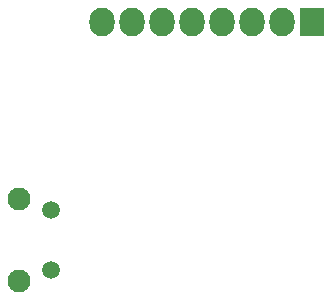
<source format=gbr>
G04 #@! TF.FileFunction,Soldermask,Bot*
%FSLAX46Y46*%
G04 Gerber Fmt 4.6, Leading zero omitted, Abs format (unit mm)*
G04 Created by KiCad (PCBNEW 4.0.0-rc2-stable) date Mon 16 Nov 2015 05:30:53 PM PST*
%MOMM*%
G01*
G04 APERTURE LIST*
%ADD10C,0.100000*%
%ADD11R,2.127200X2.432000*%
%ADD12O,2.127200X2.432000*%
%ADD13C,1.500000*%
%ADD14C,1.950000*%
G04 APERTURE END LIST*
D10*
D11*
X122660000Y-50000000D03*
D12*
X120120000Y-50000000D03*
X117580000Y-50000000D03*
X115040000Y-50000000D03*
X112500000Y-50000000D03*
X109960000Y-50000000D03*
X107420000Y-50000000D03*
X104880000Y-50000000D03*
D13*
X100562540Y-65999100D03*
X100562540Y-70999100D03*
D14*
X97862540Y-64999100D03*
X97862540Y-71999100D03*
M02*

</source>
